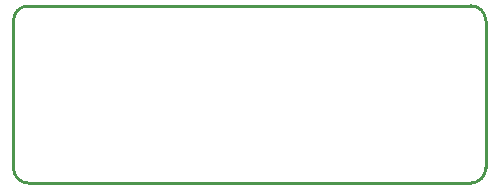
<source format=gko>
G04*
G04 #@! TF.GenerationSoftware,Altium Limited,Altium Designer,22.1.2 (22)*
G04*
G04 Layer_Color=16711935*
%FSLAX25Y25*%
%MOIN*%
G70*
G04*
G04 #@! TF.SameCoordinates,32997ABC-C250-4A50-851A-9512557143E5*
G04*
G04*
G04 #@! TF.FilePolarity,Positive*
G04*
G01*
G75*
%ADD64C,0.01000*%
D64*
X157480Y54055D02*
G03*
X152480Y59055I-5000J0D01*
G01*
Y0D02*
G03*
X157480Y5000I0J5000D01*
G01*
X5000Y59055D02*
G03*
X0Y54055I0J-5000D01*
G01*
Y5000D02*
G03*
X5000Y0I5000J0D01*
G01*
X152480D01*
X5000Y59055D02*
X152480D01*
X157480Y5000D02*
Y54055D01*
X0Y5000D02*
Y54055D01*
M02*

</source>
